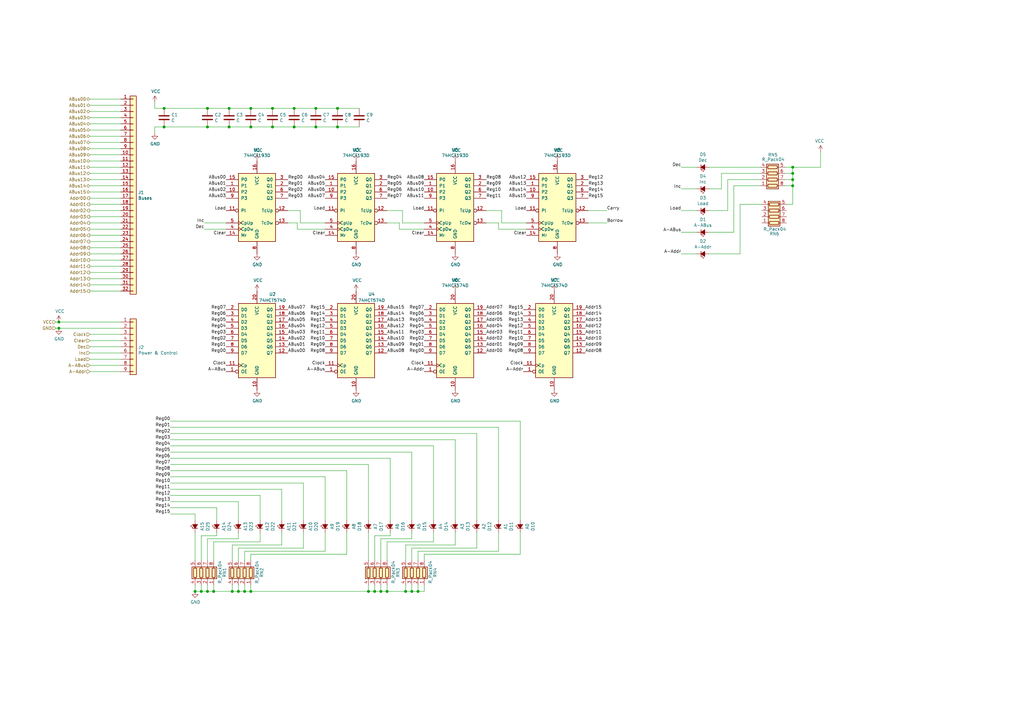
<source format=kicad_sch>
(kicad_sch (version 20200827) (generator eeschema)
  (page 1 1)
  (paper "A3")
  (lib_symbols
    (symbol "74xx:74HCT574" (pin_names (offset 1.016))
      (property "Reference" "U" (at -7.62 16.51 0))
      (property "Value" "74HCT574" (at -7.62 -16.51 0))
      (symbol "74HCT574_1_1"
        (rectangle (start -7.62 15.24) (end 7.62 -15.24) (stroke (width 0.254)) (fill (type background)))
      )
      (symbol "74HCT574_1_0"
        (pin input inverted (at -12.7 -12.7 0) (length 5.08) (name "OE") (number "1"))
        (pin power_in line (at 0 -20.32 90) (length 5.08) (name "GND") (number "10"))
        (pin input clock (at -12.7 -10.16 0) (length 5.08) (name "Cp") (number "11"))
        (pin tri_state line (at 12.7 -5.08 180) (length 5.08) (name "Q7") (number "12"))
        (pin tri_state line (at 12.7 -2.54 180) (length 5.08) (name "Q6") (number "13"))
        (pin tri_state line (at 12.7 0 180) (length 5.08) (name "Q5") (number "14"))
        (pin tri_state line (at 12.7 2.54 180) (length 5.08) (name "Q4") (number "15"))
        (pin tri_state line (at 12.7 5.08 180) (length 5.08) (name "Q3") (number "16"))
        (pin tri_state line (at 12.7 7.62 180) (length 5.08) (name "Q2") (number "17"))
        (pin tri_state line (at 12.7 10.16 180) (length 5.08) (name "Q1") (number "18"))
        (pin tri_state line (at 12.7 12.7 180) (length 5.08) (name "Q0") (number "19"))
        (pin input line (at -12.7 12.7 0) (length 5.08) (name "D0") (number "2"))
        (pin power_in line (at 0 20.32 270) (length 5.08) (name "VCC") (number "20"))
        (pin input line (at -12.7 10.16 0) (length 5.08) (name "D1") (number "3"))
        (pin input line (at -12.7 7.62 0) (length 5.08) (name "D2") (number "4"))
        (pin input line (at -12.7 5.08 0) (length 5.08) (name "D3") (number "5"))
        (pin input line (at -12.7 2.54 0) (length 5.08) (name "D4") (number "6"))
        (pin input line (at -12.7 0 0) (length 5.08) (name "D5") (number "7"))
        (pin input line (at -12.7 -2.54 0) (length 5.08) (name "D6") (number "8"))
        (pin input line (at -12.7 -5.08 0) (length 5.08) (name "D7") (number "9"))
      )
    )
    (symbol "Connector_Generic:Conn_01x09" (pin_names (offset 1.016) hide)
      (property "Reference" "J" (at 0 12.7 0))
      (property "Value" "Conn_01x09" (at 0 -12.7 0))
      (symbol "Conn_01x09_1_1"
        (rectangle (start -1.27 -4.953) (end 0 -5.207) (stroke (width 0.1524)))
        (rectangle (start -1.27 -7.493) (end 0 -7.747) (stroke (width 0.1524)))
        (rectangle (start -1.27 -10.033) (end 0 -10.287) (stroke (width 0.1524)))
        (rectangle (start -1.27 -2.413) (end 0 -2.667) (stroke (width 0.1524)))
        (rectangle (start -1.27 2.667) (end 0 2.413) (stroke (width 0.1524)))
        (rectangle (start -1.27 5.207) (end 0 4.953) (stroke (width 0.1524)))
        (rectangle (start -1.27 7.747) (end 0 7.493) (stroke (width 0.1524)))
        (rectangle (start -1.27 10.287) (end 0 10.033) (stroke (width 0.1524)))
        (rectangle (start -1.27 11.43) (end 1.27 -11.43) (stroke (width 0.254)) (fill (type background)))
        (rectangle (start -1.27 0.127) (end 0 -0.127) (stroke (width 0.1524)))
        (pin passive line (at -5.08 10.16 0) (length 3.81) (name "Pin_1") (number "1"))
        (pin passive line (at -5.08 7.62 0) (length 3.81) (name "Pin_2") (number "2"))
        (pin passive line (at -5.08 5.08 0) (length 3.81) (name "Pin_3") (number "3"))
        (pin passive line (at -5.08 2.54 0) (length 3.81) (name "Pin_4") (number "4"))
        (pin passive line (at -5.08 0 0) (length 3.81) (name "Pin_5") (number "5"))
        (pin passive line (at -5.08 -2.54 0) (length 3.81) (name "Pin_6") (number "6"))
        (pin passive line (at -5.08 -5.08 0) (length 3.81) (name "Pin_7") (number "7"))
        (pin passive line (at -5.08 -7.62 0) (length 3.81) (name "Pin_8") (number "8"))
        (pin passive line (at -5.08 -10.16 0) (length 3.81) (name "Pin_9") (number "9"))
      )
    )
    (symbol "Connector_Generic:Conn_01x32" (pin_names (offset 1.016) hide)
      (property "Reference" "J" (at 0 40.64 0))
      (property "Value" "Conn_01x32" (at 0 -43.18 0))
      (symbol "Conn_01x32_1_1"
        (rectangle (start -1.27 -27.813) (end 0 -28.067) (stroke (width 0.1524)))
        (rectangle (start -1.27 -30.353) (end 0 -30.607) (stroke (width 0.1524)))
        (rectangle (start -1.27 -32.893) (end 0 -33.147) (stroke (width 0.1524)))
        (rectangle (start -1.27 -35.433) (end 0 -35.687) (stroke (width 0.1524)))
        (rectangle (start -1.27 -37.973) (end 0 -38.227) (stroke (width 0.1524)))
        (rectangle (start -1.27 -40.513) (end 0 -40.767) (stroke (width 0.1524)))
        (rectangle (start -1.27 -4.953) (end 0 -5.207) (stroke (width 0.1524)))
        (rectangle (start -1.27 -7.493) (end 0 -7.747) (stroke (width 0.1524)))
        (rectangle (start -1.27 -10.033) (end 0 -10.287) (stroke (width 0.1524)))
        (rectangle (start -1.27 -12.573) (end 0 -12.827) (stroke (width 0.1524)))
        (rectangle (start -1.27 -15.113) (end 0 -15.367) (stroke (width 0.1524)))
        (rectangle (start -1.27 -17.653) (end 0 -17.907) (stroke (width 0.1524)))
        (rectangle (start -1.27 -20.193) (end 0 -20.447) (stroke (width 0.1524)))
        (rectangle (start -1.27 -22.733) (end 0 -22.987) (stroke (width 0.1524)))
        (rectangle (start -1.27 -2.413) (end 0 -2.667) (stroke (width 0.1524)))
        (rectangle (start -1.27 -25.273) (end 0 -25.527) (stroke (width 0.1524)))
        (rectangle (start -1.27 25.527) (end 0 25.273) (stroke (width 0.1524)))
        (rectangle (start -1.27 2.667) (end 0 2.413) (stroke (width 0.1524)))
        (rectangle (start -1.27 28.067) (end 0 27.813) (stroke (width 0.1524)))
        (rectangle (start -1.27 30.607) (end 0 30.353) (stroke (width 0.1524)))
        (rectangle (start -1.27 33.147) (end 0 32.893) (stroke (width 0.1524)))
        (rectangle (start -1.27 35.687) (end 0 35.433) (stroke (width 0.1524)))
        (rectangle (start -1.27 38.227) (end 0 37.973) (stroke (width 0.1524)))
        (rectangle (start -1.27 39.37) (end 1.27 -41.91) (stroke (width 0.254)) (fill (type background)))
        (rectangle (start -1.27 5.207) (end 0 4.953) (stroke (width 0.1524)))
        (rectangle (start -1.27 7.747) (end 0 7.493) (stroke (width 0.1524)))
        (rectangle (start -1.27 10.287) (end 0 10.033) (stroke (width 0.1524)))
        (rectangle (start -1.27 0.127) (end 0 -0.127) (stroke (width 0.1524)))
        (rectangle (start -1.27 12.827) (end 0 12.573) (stroke (width 0.1524)))
        (rectangle (start -1.27 15.367) (end 0 15.113) (stroke (width 0.1524)))
        (rectangle (start -1.27 17.907) (end 0 17.653) (stroke (width 0.1524)))
        (rectangle (start -1.27 20.447) (end 0 20.193) (stroke (width 0.1524)))
        (rectangle (start -1.27 22.987) (end 0 22.733) (stroke (width 0.1524)))
        (pin passive line (at -5.08 38.1 0) (length 3.81) (name "Pin_1") (number "1"))
        (pin passive line (at -5.08 15.24 0) (length 3.81) (name "Pin_10") (number "10"))
        (pin passive line (at -5.08 12.7 0) (length 3.81) (name "Pin_11") (number "11"))
        (pin passive line (at -5.08 10.16 0) (length 3.81) (name "Pin_12") (number "12"))
        (pin passive line (at -5.08 7.62 0) (length 3.81) (name "Pin_13") (number "13"))
        (pin passive line (at -5.08 5.08 0) (length 3.81) (name "Pin_14") (number "14"))
        (pin passive line (at -5.08 2.54 0) (length 3.81) (name "Pin_15") (number "15"))
        (pin passive line (at -5.08 0 0) (length 3.81) (name "Pin_16") (number "16"))
        (pin passive line (at -5.08 -2.54 0) (length 3.81) (name "Pin_17") (number "17"))
        (pin passive line (at -5.08 -5.08 0) (length 3.81) (name "Pin_18") (number "18"))
        (pin passive line (at -5.08 -7.62 0) (length 3.81) (name "Pin_19") (number "19"))
        (pin passive line (at -5.08 35.56 0) (length 3.81) (name "Pin_2") (number "2"))
        (pin passive line (at -5.08 -10.16 0) (length 3.81) (name "Pin_20") (number "20"))
        (pin passive line (at -5.08 -12.7 0) (length 3.81) (name "Pin_21") (number "21"))
        (pin passive line (at -5.08 -15.24 0) (length 3.81) (name "Pin_22") (number "22"))
        (pin passive line (at -5.08 -17.78 0) (length 3.81) (name "Pin_23") (number "23"))
        (pin passive line (at -5.08 -20.32 0) (length 3.81) (name "Pin_24") (number "24"))
        (pin passive line (at -5.08 -22.86 0) (length 3.81) (name "Pin_25") (number "25"))
        (pin passive line (at -5.08 -25.4 0) (length 3.81) (name "Pin_26") (number "26"))
        (pin passive line (at -5.08 -27.94 0) (length 3.81) (name "Pin_27") (number "27"))
        (pin passive line (at -5.08 -30.48 0) (length 3.81) (name "Pin_28") (number "28"))
        (pin passive line (at -5.08 -33.02 0) (length 3.81) (name "Pin_29") (number "29"))
        (pin passive line (at -5.08 33.02 0) (length 3.81) (name "Pin_3") (number "3"))
        (pin passive line (at -5.08 -35.56 0) (length 3.81) (name "Pin_30") (number "30"))
        (pin passive line (at -5.08 -38.1 0) (length 3.81) (name "Pin_31") (number "31"))
        (pin passive line (at -5.08 -40.64 0) (length 3.81) (name "Pin_32") (number "32"))
        (pin passive line (at -5.08 30.48 0) (length 3.81) (name "Pin_4") (number "4"))
        (pin passive line (at -5.08 27.94 0) (length 3.81) (name "Pin_5") (number "5"))
        (pin passive line (at -5.08 25.4 0) (length 3.81) (name "Pin_6") (number "6"))
        (pin passive line (at -5.08 22.86 0) (length 3.81) (name "Pin_7") (number "7"))
        (pin passive line (at -5.08 20.32 0) (length 3.81) (name "Pin_8") (number "8"))
        (pin passive line (at -5.08 17.78 0) (length 3.81) (name "Pin_9") (number "9"))
      )
    )
    (symbol "Device:C" (pin_numbers hide) (pin_names (offset 0.254))
      (property "Reference" "C" (at 0.635 2.54 0))
      (property "Value" "C" (at 0.635 -2.54 0))
      (symbol "C_0_1"
        (polyline (pts (xy -2.032 -0.762) (xy 2.032 -0.762)) (stroke (width 0.508)))
        (polyline (pts (xy -2.032 0.762) (xy 2.032 0.762)) (stroke (width 0.508)))
      )
      (symbol "C_1_1"
        (pin passive line (at 0 3.81 270) (length 2.794) (name "~") (number "1"))
        (pin passive line (at 0 -3.81 90) (length 2.794) (name "~") (number "2"))
      )
    )
    (symbol "Device:LED_Small_ALT" (pin_numbers hide) (pin_names (offset 0.254) hide)
      (property "Reference" "D" (at -1.27 3.175 0))
      (property "Value" "LED_Small_ALT" (at -4.445 -2.54 0))
      (symbol "LED_Small_ALT_0_1"
        (polyline (pts (xy -0.762 -1.016) (xy -0.762 1.016)) (stroke (width 0.254)))
        (polyline (pts (xy 1.016 0) (xy -0.762 0)))
        (polyline (pts (xy 0.762 -1.016) (xy -0.762 0) (xy 0.762 1.016) (xy 0.762 -1.016)) (stroke (width 0.254)) (fill (type outline)))
        (polyline (pts (xy 0 0.762) (xy -0.508 1.27) (xy -0.254 1.27) (xy -0.508 1.27) (xy -0.508 1.016)))
        (polyline (pts (xy 0.508 1.27) (xy 0 1.778) (xy 0.254 1.778) (xy 0 1.778) (xy 0 1.524)))
      )
      (symbol "LED_Small_ALT_1_1"
        (pin passive line (at -2.54 0 0) (length 1.778) (name "K") (number "1"))
        (pin passive line (at 2.54 0 180) (length 1.778) (name "A") (number "2"))
      )
    )
    (symbol "Device:R_Pack04" (pin_names (offset 0) hide)
      (property "Reference" "RN" (at -7.62 0 90))
      (property "Value" "R_Pack04" (at 5.08 0 90))
      (symbol "R_Pack04_0_1"
        (rectangle (start -6.35 -2.413) (end 3.81 2.413) (stroke (width 0.254)) (fill (type background)))
        (rectangle (start -5.715 1.905) (end -4.445 -1.905) (stroke (width 0.254)))
        (rectangle (start -3.175 1.905) (end -1.905 -1.905) (stroke (width 0.254)))
        (rectangle (start -0.635 1.905) (end 0.635 -1.905) (stroke (width 0.254)))
        (rectangle (start 1.905 1.905) (end 3.175 -1.905) (stroke (width 0.254)))
        (polyline (pts (xy -5.08 -2.54) (xy -5.08 -1.905)))
        (polyline (pts (xy -5.08 1.905) (xy -5.08 2.54)))
        (polyline (pts (xy -2.54 -2.54) (xy -2.54 -1.905)))
        (polyline (pts (xy -2.54 1.905) (xy -2.54 2.54)))
        (polyline (pts (xy 0 -2.54) (xy 0 -1.905)))
        (polyline (pts (xy 0 1.905) (xy 0 2.54)))
        (polyline (pts (xy 2.54 -2.54) (xy 2.54 -1.905)))
        (polyline (pts (xy 2.54 1.905) (xy 2.54 2.54)))
      )
      (symbol "R_Pack04_1_1"
        (pin passive line (at -5.08 -5.08 90) (length 2.54) (name "R1.1") (number "1"))
        (pin passive line (at -2.54 -5.08 90) (length 2.54) (name "R2.1") (number "2"))
        (pin passive line (at 0 -5.08 90) (length 2.54) (name "R3.1") (number "3"))
        (pin passive line (at 2.54 -5.08 90) (length 2.54) (name "R4.1") (number "4"))
        (pin passive line (at 2.54 5.08 270) (length 2.54) (name "R4.2") (number "5"))
        (pin passive line (at 0 5.08 270) (length 2.54) (name "R3.2") (number "6"))
        (pin passive line (at -2.54 5.08 270) (length 2.54) (name "R2.2") (number "7"))
        (pin passive line (at -5.08 5.08 270) (length 2.54) (name "R1.2") (number "8"))
      )
    )
    (symbol "address_registers-rescue:74LS193-74xx" (pin_names (offset 1.016))
      (property "Reference" "U" (at -7.62 13.97 0))
      (property "Value" "74LS193-74xx" (at -7.62 -16.51 0))
      (symbol "74LS193-74xx_1_1"
        (rectangle (start -7.62 12.7) (end 7.62 -15.24) (stroke (width 0.254)) (fill (type background)))
      )
      (symbol "74LS193-74xx_1_0"
        (pin input line (at -12.7 7.62 0) (length 5.08) (name "P1") (number "1"))
        (pin input line (at -12.7 5.08 0) (length 5.08) (name "P2") (number "10"))
        (pin input inverted (at -12.7 -2.54 0) (length 5.08) (name "Pl") (number "11"))
        (pin output inverted (at 12.7 -2.54 180) (length 5.08) (name "TcUp") (number "12"))
        (pin output inverted (at 12.7 -7.62 180) (length 5.08) (name "TcDw") (number "13"))
        (pin input line (at -12.7 -12.7 0) (length 5.08) (name "Mr") (number "14"))
        (pin input line (at -12.7 10.16 0) (length 5.08) (name "P0") (number "15"))
        (pin power_in line (at 0 17.78 270) (length 5.08) (name "VCC") (number "16"))
        (pin output line (at 12.7 7.62 180) (length 5.08) (name "Q1") (number "2"))
        (pin output line (at 12.7 10.16 180) (length 5.08) (name "Q0") (number "3"))
        (pin input clock (at -12.7 -10.16 0) (length 5.08) (name "CpDw") (number "4"))
        (pin input clock (at -12.7 -7.62 0) (length 5.08) (name "CpUp") (number "5"))
        (pin output line (at 12.7 5.08 180) (length 5.08) (name "Q2") (number "6"))
        (pin output line (at 12.7 2.54 180) (length 5.08) (name "Q3") (number "7"))
        (pin power_in line (at 0 -20.32 90) (length 5.08) (name "GND") (number "8"))
        (pin input line (at -12.7 2.54 0) (length 5.08) (name "P3") (number "9"))
      )
    )
    (symbol "power:GND" (power) (pin_names (offset 0))
      (property "Value" "GND" (at 0 -3.81 0))
      (symbol "GND_0_1"
        (polyline (pts (xy 0 0) (xy 0 -1.27) (xy 1.27 -1.27) (xy 0 -2.54) (xy -1.27 -1.27) (xy 0 -1.27)))
      )
      (symbol "GND_1_1"
        (pin power_in line (at 0 0 270) (length 0) hide (name "GND") (number "1"))
      )
    )
    (symbol "power:VCC" (power) (pin_names (offset 0))
      (property "Value" "VCC" (at 0 3.81 0))
      (symbol "VCC_0_1"
        (polyline (pts (xy -0.762 1.27) (xy 0 2.54)))
        (polyline (pts (xy 0 0) (xy 0 2.54)))
        (polyline (pts (xy 0 2.54) (xy 0.762 1.27)))
      )
      (symbol "VCC_1_1"
        (pin power_in line (at 0 0 90) (length 0) hide (name "VCC") (number "1"))
      )
    )
  )
  (junction (at 24.13 132.08) (diameter 1.016))
  (junction (at 24.13 134.62) (diameter 1.016))
  (junction (at 67.31 44.45) (diameter 1.016))
  (junction (at 67.31 52.07) (diameter 1.016))
  (junction (at 80.01 242.57) (diameter 1.016))
  (junction (at 82.55 242.57) (diameter 1.016))
  (junction (at 85.09 44.45) (diameter 1.016))
  (junction (at 85.09 52.07) (diameter 1.016))
  (junction (at 85.09 242.57) (diameter 1.016))
  (junction (at 87.63 242.57) (diameter 1.016))
  (junction (at 93.98 44.45) (diameter 1.016))
  (junction (at 93.98 52.07) (diameter 1.016))
  (junction (at 95.25 242.57) (diameter 1.016))
  (junction (at 97.79 242.57) (diameter 1.016))
  (junction (at 100.33 242.57) (diameter 1.016))
  (junction (at 102.87 44.45) (diameter 1.016))
  (junction (at 102.87 52.07) (diameter 1.016))
  (junction (at 102.87 242.57) (diameter 1.016))
  (junction (at 111.76 44.45) (diameter 1.016))
  (junction (at 111.76 52.07) (diameter 1.016))
  (junction (at 120.65 44.45) (diameter 1.016))
  (junction (at 120.65 52.07) (diameter 1.016))
  (junction (at 129.54 44.45) (diameter 1.016))
  (junction (at 129.54 52.07) (diameter 1.016))
  (junction (at 138.43 44.45) (diameter 1.016))
  (junction (at 138.43 52.07) (diameter 1.016))
  (junction (at 151.13 242.57) (diameter 1.016))
  (junction (at 153.67 242.57) (diameter 1.016))
  (junction (at 156.21 242.57) (diameter 1.016))
  (junction (at 158.75 242.57) (diameter 1.016))
  (junction (at 166.37 242.57) (diameter 1.016))
  (junction (at 168.91 242.57) (diameter 1.016))
  (junction (at 171.45 242.57) (diameter 1.016))
  (junction (at 325.12 68.58) (diameter 1.016))
  (junction (at 325.12 71.12) (diameter 1.016))
  (junction (at 325.12 73.66) (diameter 1.016))
  (junction (at 325.12 76.2) (diameter 1.016))
  (wire (pts (xy 22.86 132.08) (xy 24.13 132.08)))
  (wire (pts (xy 22.86 134.62) (xy 24.13 134.62)))
  (wire (pts (xy 24.13 132.08) (xy 49.53 132.08)))
  (wire (pts (xy 24.13 134.62) (xy 49.53 134.62)))
  (wire (pts (xy 36.83 40.64) (xy 49.53 40.64)))
  (wire (pts (xy 36.83 43.18) (xy 49.53 43.18)))
  (wire (pts (xy 36.83 45.72) (xy 49.53 45.72)))
  (wire (pts (xy 36.83 48.26) (xy 49.53 48.26)))
  (wire (pts (xy 36.83 50.8) (xy 49.53 50.8)))
  (wire (pts (xy 36.83 53.34) (xy 49.53 53.34)))
  (wire (pts (xy 36.83 55.88) (xy 49.53 55.88)))
  (wire (pts (xy 36.83 58.42) (xy 49.53 58.42)))
  (wire (pts (xy 36.83 60.96) (xy 49.53 60.96)))
  (wire (pts (xy 36.83 63.5) (xy 49.53 63.5)))
  (wire (pts (xy 36.83 66.04) (xy 49.53 66.04)))
  (wire (pts (xy 36.83 68.58) (xy 49.53 68.58)))
  (wire (pts (xy 36.83 71.12) (xy 49.53 71.12)))
  (wire (pts (xy 36.83 73.66) (xy 49.53 73.66)))
  (wire (pts (xy 36.83 76.2) (xy 49.53 76.2)))
  (wire (pts (xy 36.83 78.74) (xy 49.53 78.74)))
  (wire (pts (xy 36.83 81.28) (xy 49.53 81.28)))
  (wire (pts (xy 36.83 83.82) (xy 49.53 83.82)))
  (wire (pts (xy 36.83 86.36) (xy 49.53 86.36)))
  (wire (pts (xy 36.83 88.9) (xy 49.53 88.9)))
  (wire (pts (xy 36.83 91.44) (xy 49.53 91.44)))
  (wire (pts (xy 36.83 93.98) (xy 49.53 93.98)))
  (wire (pts (xy 36.83 96.52) (xy 49.53 96.52)))
  (wire (pts (xy 36.83 99.06) (xy 49.53 99.06)))
  (wire (pts (xy 36.83 101.6) (xy 49.53 101.6)))
  (wire (pts (xy 36.83 104.14) (xy 49.53 104.14)))
  (wire (pts (xy 36.83 106.68) (xy 49.53 106.68)))
  (wire (pts (xy 36.83 109.22) (xy 49.53 109.22)))
  (wire (pts (xy 36.83 111.76) (xy 49.53 111.76)))
  (wire (pts (xy 36.83 114.3) (xy 49.53 114.3)))
  (wire (pts (xy 36.83 116.84) (xy 49.53 116.84)))
  (wire (pts (xy 36.83 119.38) (xy 49.53 119.38)))
  (wire (pts (xy 36.83 137.16) (xy 49.53 137.16)))
  (wire (pts (xy 36.83 139.7) (xy 49.53 139.7)))
  (wire (pts (xy 36.83 142.24) (xy 49.53 142.24)))
  (wire (pts (xy 36.83 144.78) (xy 49.53 144.78)))
  (wire (pts (xy 36.83 147.32) (xy 49.53 147.32)))
  (wire (pts (xy 36.83 152.4) (xy 49.53 152.4)))
  (wire (pts (xy 49.53 149.86) (xy 36.83 149.86)))
  (wire (pts (xy 63.5 44.45) (xy 63.5 41.91)))
  (wire (pts (xy 63.5 44.45) (xy 67.31 44.45)))
  (wire (pts (xy 63.5 52.07) (xy 63.5 54.61)))
  (wire (pts (xy 63.5 52.07) (xy 67.31 52.07)))
  (wire (pts (xy 67.31 44.45) (xy 85.09 44.45)))
  (wire (pts (xy 67.31 52.07) (xy 85.09 52.07)))
  (wire (pts (xy 69.85 172.72) (xy 213.36 172.72)))
  (wire (pts (xy 69.85 175.26) (xy 204.47 175.26)))
  (wire (pts (xy 69.85 177.8) (xy 195.58 177.8)))
  (wire (pts (xy 69.85 180.34) (xy 186.69 180.34)))
  (wire (pts (xy 69.85 182.88) (xy 177.8 182.88)))
  (wire (pts (xy 69.85 185.42) (xy 168.91 185.42)))
  (wire (pts (xy 69.85 187.96) (xy 160.02 187.96)))
  (wire (pts (xy 69.85 190.5) (xy 151.13 190.5)))
  (wire (pts (xy 69.85 193.04) (xy 142.24 193.04)))
  (wire (pts (xy 69.85 195.58) (xy 133.35 195.58)))
  (wire (pts (xy 69.85 198.12) (xy 124.46 198.12)))
  (wire (pts (xy 69.85 200.66) (xy 115.57 200.66)))
  (wire (pts (xy 69.85 203.2) (xy 106.68 203.2)))
  (wire (pts (xy 69.85 205.74) (xy 97.79 205.74)))
  (wire (pts (xy 69.85 208.28) (xy 88.9 208.28)))
  (wire (pts (xy 69.85 210.82) (xy 80.01 210.82)))
  (wire (pts (xy 80.01 210.82) (xy 80.01 213.36)))
  (wire (pts (xy 80.01 218.44) (xy 80.01 229.87)))
  (wire (pts (xy 80.01 240.03) (xy 80.01 242.57)))
  (wire (pts (xy 80.01 242.57) (xy 82.55 242.57)))
  (wire (pts (xy 82.55 219.71) (xy 82.55 229.87)))
  (wire (pts (xy 82.55 240.03) (xy 82.55 242.57)))
  (wire (pts (xy 82.55 242.57) (xy 85.09 242.57)))
  (wire (pts (xy 83.82 91.44) (xy 92.71 91.44)))
  (wire (pts (xy 83.82 93.98) (xy 92.71 93.98)))
  (wire (pts (xy 85.09 44.45) (xy 93.98 44.45)))
  (wire (pts (xy 85.09 52.07) (xy 93.98 52.07)))
  (wire (pts (xy 85.09 220.98) (xy 85.09 229.87)))
  (wire (pts (xy 85.09 240.03) (xy 85.09 242.57)))
  (wire (pts (xy 85.09 242.57) (xy 87.63 242.57)))
  (wire (pts (xy 87.63 222.25) (xy 87.63 229.87)))
  (wire (pts (xy 87.63 240.03) (xy 87.63 242.57)))
  (wire (pts (xy 87.63 242.57) (xy 95.25 242.57)))
  (wire (pts (xy 88.9 208.28) (xy 88.9 213.36)))
  (wire (pts (xy 88.9 218.44) (xy 88.9 219.71)))
  (wire (pts (xy 88.9 219.71) (xy 82.55 219.71)))
  (wire (pts (xy 93.98 44.45) (xy 102.87 44.45)))
  (wire (pts (xy 93.98 52.07) (xy 102.87 52.07)))
  (wire (pts (xy 95.25 223.52) (xy 95.25 229.87)))
  (wire (pts (xy 95.25 223.52) (xy 115.57 223.52)))
  (wire (pts (xy 95.25 240.03) (xy 95.25 242.57)))
  (wire (pts (xy 95.25 242.57) (xy 97.79 242.57)))
  (wire (pts (xy 97.79 205.74) (xy 97.79 213.36)))
  (wire (pts (xy 97.79 218.44) (xy 97.79 220.98)))
  (wire (pts (xy 97.79 220.98) (xy 85.09 220.98)))
  (wire (pts (xy 97.79 224.79) (xy 97.79 229.87)))
  (wire (pts (xy 97.79 224.79) (xy 124.46 224.79)))
  (wire (pts (xy 97.79 240.03) (xy 97.79 242.57)))
  (wire (pts (xy 97.79 242.57) (xy 100.33 242.57)))
  (wire (pts (xy 100.33 226.06) (xy 100.33 229.87)))
  (wire (pts (xy 100.33 226.06) (xy 133.35 226.06)))
  (wire (pts (xy 100.33 240.03) (xy 100.33 242.57)))
  (wire (pts (xy 100.33 242.57) (xy 102.87 242.57)))
  (wire (pts (xy 102.87 44.45) (xy 111.76 44.45)))
  (wire (pts (xy 102.87 52.07) (xy 111.76 52.07)))
  (wire (pts (xy 102.87 227.33) (xy 102.87 229.87)))
  (wire (pts (xy 102.87 227.33) (xy 142.24 227.33)))
  (wire (pts (xy 102.87 240.03) (xy 102.87 242.57)))
  (wire (pts (xy 102.87 242.57) (xy 151.13 242.57)))
  (wire (pts (xy 106.68 203.2) (xy 106.68 213.36)))
  (wire (pts (xy 106.68 218.44) (xy 106.68 222.25)))
  (wire (pts (xy 106.68 222.25) (xy 87.63 222.25)))
  (wire (pts (xy 111.76 44.45) (xy 120.65 44.45)))
  (wire (pts (xy 111.76 52.07) (xy 120.65 52.07)))
  (wire (pts (xy 115.57 200.66) (xy 115.57 213.36)))
  (wire (pts (xy 115.57 218.44) (xy 115.57 223.52)))
  (wire (pts (xy 118.11 86.36) (xy 123.19 86.36)))
  (wire (pts (xy 118.11 91.44) (xy 121.92 91.44)))
  (wire (pts (xy 120.65 44.45) (xy 129.54 44.45)))
  (wire (pts (xy 120.65 52.07) (xy 129.54 52.07)))
  (wire (pts (xy 121.92 91.44) (xy 121.92 93.98)))
  (wire (pts (xy 121.92 93.98) (xy 133.35 93.98)))
  (wire (pts (xy 123.19 86.36) (xy 123.19 91.44)))
  (wire (pts (xy 123.19 91.44) (xy 133.35 91.44)))
  (wire (pts (xy 124.46 198.12) (xy 124.46 213.36)))
  (wire (pts (xy 124.46 218.44) (xy 124.46 224.79)))
  (wire (pts (xy 129.54 44.45) (xy 138.43 44.45)))
  (wire (pts (xy 129.54 52.07) (xy 138.43 52.07)))
  (wire (pts (xy 133.35 195.58) (xy 133.35 213.36)))
  (wire (pts (xy 133.35 218.44) (xy 133.35 226.06)))
  (wire (pts (xy 138.43 44.45) (xy 147.32 44.45)))
  (wire (pts (xy 138.43 52.07) (xy 147.32 52.07)))
  (wire (pts (xy 142.24 193.04) (xy 142.24 213.36)))
  (wire (pts (xy 142.24 218.44) (xy 142.24 227.33)))
  (wire (pts (xy 151.13 190.5) (xy 151.13 213.36)))
  (wire (pts (xy 151.13 218.44) (xy 151.13 229.87)))
  (wire (pts (xy 151.13 240.03) (xy 151.13 242.57)))
  (wire (pts (xy 151.13 242.57) (xy 153.67 242.57)))
  (wire (pts (xy 153.67 219.71) (xy 153.67 229.87)))
  (wire (pts (xy 153.67 240.03) (xy 153.67 242.57)))
  (wire (pts (xy 153.67 242.57) (xy 156.21 242.57)))
  (wire (pts (xy 156.21 220.98) (xy 156.21 229.87)))
  (wire (pts (xy 156.21 240.03) (xy 156.21 242.57)))
  (wire (pts (xy 156.21 242.57) (xy 158.75 242.57)))
  (wire (pts (xy 158.75 86.36) (xy 165.1 86.36)))
  (wire (pts (xy 158.75 91.44) (xy 163.83 91.44)))
  (wire (pts (xy 158.75 222.25) (xy 158.75 229.87)))
  (wire (pts (xy 158.75 240.03) (xy 158.75 242.57)))
  (wire (pts (xy 158.75 242.57) (xy 166.37 242.57)))
  (wire (pts (xy 160.02 187.96) (xy 160.02 213.36)))
  (wire (pts (xy 160.02 218.44) (xy 160.02 219.71)))
  (wire (pts (xy 160.02 219.71) (xy 153.67 219.71)))
  (wire (pts (xy 163.83 91.44) (xy 163.83 93.98)))
  (wire (pts (xy 163.83 93.98) (xy 173.99 93.98)))
  (wire (pts (xy 165.1 86.36) (xy 165.1 91.44)))
  (wire (pts (xy 165.1 91.44) (xy 173.99 91.44)))
  (wire (pts (xy 166.37 223.52) (xy 166.37 229.87)))
  (wire (pts (xy 166.37 240.03) (xy 166.37 242.57)))
  (wire (pts (xy 166.37 242.57) (xy 168.91 242.57)))
  (wire (pts (xy 168.91 185.42) (xy 168.91 213.36)))
  (wire (pts (xy 168.91 218.44) (xy 168.91 220.98)))
  (wire (pts (xy 168.91 220.98) (xy 156.21 220.98)))
  (wire (pts (xy 168.91 224.79) (xy 168.91 229.87)))
  (wire (pts (xy 168.91 240.03) (xy 168.91 242.57)))
  (wire (pts (xy 168.91 242.57) (xy 171.45 242.57)))
  (wire (pts (xy 171.45 226.06) (xy 171.45 229.87)))
  (wire (pts (xy 171.45 240.03) (xy 171.45 242.57)))
  (wire (pts (xy 171.45 242.57) (xy 173.99 242.57)))
  (wire (pts (xy 173.99 227.33) (xy 173.99 229.87)))
  (wire (pts (xy 173.99 242.57) (xy 173.99 240.03)))
  (wire (pts (xy 177.8 182.88) (xy 177.8 213.36)))
  (wire (pts (xy 177.8 218.44) (xy 177.8 222.25)))
  (wire (pts (xy 177.8 222.25) (xy 158.75 222.25)))
  (wire (pts (xy 186.69 180.34) (xy 186.69 213.36)))
  (wire (pts (xy 186.69 218.44) (xy 186.69 223.52)))
  (wire (pts (xy 186.69 223.52) (xy 166.37 223.52)))
  (wire (pts (xy 195.58 177.8) (xy 195.58 213.36)))
  (wire (pts (xy 195.58 218.44) (xy 195.58 224.79)))
  (wire (pts (xy 195.58 224.79) (xy 168.91 224.79)))
  (wire (pts (xy 199.39 86.36) (xy 205.74 86.36)))
  (wire (pts (xy 199.39 91.44) (xy 204.47 91.44)))
  (wire (pts (xy 204.47 91.44) (xy 204.47 93.98)))
  (wire (pts (xy 204.47 93.98) (xy 215.9 93.98)))
  (wire (pts (xy 204.47 175.26) (xy 204.47 213.36)))
  (wire (pts (xy 204.47 218.44) (xy 204.47 226.06)))
  (wire (pts (xy 204.47 226.06) (xy 171.45 226.06)))
  (wire (pts (xy 205.74 86.36) (xy 205.74 91.44)))
  (wire (pts (xy 205.74 91.44) (xy 215.9 91.44)))
  (wire (pts (xy 213.36 172.72) (xy 213.36 213.36)))
  (wire (pts (xy 213.36 218.44) (xy 213.36 227.33)))
  (wire (pts (xy 213.36 227.33) (xy 173.99 227.33)))
  (wire (pts (xy 241.3 86.36) (xy 248.92 86.36)))
  (wire (pts (xy 241.3 91.44) (xy 248.92 91.44)))
  (wire (pts (xy 279.4 68.58) (xy 285.75 68.58)))
  (wire (pts (xy 279.4 77.47) (xy 285.75 77.47)))
  (wire (pts (xy 279.4 86.36) (xy 285.75 86.36)))
  (wire (pts (xy 279.4 95.25) (xy 285.75 95.25)))
  (wire (pts (xy 279.4 104.14) (xy 285.75 104.14)))
  (wire (pts (xy 290.83 68.58) (xy 311.785 68.58)))
  (wire (pts (xy 290.83 77.47) (xy 295.91 77.47)))
  (wire (pts (xy 290.83 86.36) (xy 298.45 86.36)))
  (wire (pts (xy 290.83 95.25) (xy 300.99 95.25)))
  (wire (pts (xy 290.83 104.14) (xy 303.53 104.14)))
  (wire (pts (xy 295.91 71.12) (xy 295.91 77.47)))
  (wire (pts (xy 295.91 71.12) (xy 311.785 71.12)))
  (wire (pts (xy 298.45 73.66) (xy 298.45 86.36)))
  (wire (pts (xy 298.45 73.66) (xy 311.785 73.66)))
  (wire (pts (xy 300.99 76.2) (xy 300.99 95.25)))
  (wire (pts (xy 300.99 76.2) (xy 311.785 76.2)))
  (wire (pts (xy 303.53 83.82) (xy 303.53 104.14)))
  (wire (pts (xy 303.53 83.82) (xy 312.42 83.82)))
  (wire (pts (xy 321.945 68.58) (xy 325.12 68.58)))
  (wire (pts (xy 321.945 71.12) (xy 325.12 71.12)))
  (wire (pts (xy 321.945 76.2) (xy 325.12 76.2)))
  (wire (pts (xy 322.58 83.82) (xy 325.12 83.82)))
  (wire (pts (xy 325.12 68.58) (xy 325.12 71.12)))
  (wire (pts (xy 325.12 68.58) (xy 336.55 68.58)))
  (wire (pts (xy 325.12 71.12) (xy 325.12 73.66)))
  (wire (pts (xy 325.12 73.66) (xy 321.945 73.66)))
  (wire (pts (xy 325.12 73.66) (xy 325.12 76.2)))
  (wire (pts (xy 325.12 76.2) (xy 325.12 83.82)))
  (wire (pts (xy 336.55 68.58) (xy 336.55 62.23)))
  (label "Reg00" (at 69.85 172.72 180))
  (label "Reg01" (at 69.85 175.26 180))
  (label "Reg02" (at 69.85 177.8 180))
  (label "Reg03" (at 69.85 180.34 180))
  (label "Reg04" (at 69.85 182.88 180))
  (label "Reg05" (at 69.85 185.42 180))
  (label "Reg06" (at 69.85 187.96 180))
  (label "Reg07" (at 69.85 190.5 180))
  (label "Reg08" (at 69.85 193.04 180))
  (label "Reg09" (at 69.85 195.58 180))
  (label "Reg10" (at 69.85 198.12 180))
  (label "Reg11" (at 69.85 200.66 180))
  (label "Reg12" (at 69.85 203.2 180))
  (label "Reg13" (at 69.85 205.74 180))
  (label "Reg14" (at 69.85 208.28 180))
  (label "Reg15" (at 69.85 210.82 180))
  (label "Inc" (at 83.82 91.44 180))
  (label "Dec" (at 83.82 93.98 180))
  (label "ABus00" (at 92.71 73.66 180))
  (label "ABus01" (at 92.71 76.2 180))
  (label "ABus02" (at 92.71 78.74 180))
  (label "ABus03" (at 92.71 81.28 180))
  (label "Load" (at 92.71 86.36 180))
  (label "Clear" (at 92.71 96.52 180))
  (label "Reg07" (at 92.71 127 180))
  (label "Reg06" (at 92.71 129.54 180))
  (label "Reg05" (at 92.71 132.08 180))
  (label "Reg04" (at 92.71 134.62 180))
  (label "Reg03" (at 92.71 137.16 180))
  (label "Reg02" (at 92.71 139.7 180))
  (label "Reg01" (at 92.71 142.24 180))
  (label "Reg00" (at 92.71 144.78 180))
  (label "Clock" (at 92.71 149.86 180))
  (label "A-ABus" (at 92.71 152.4 180))
  (label "Reg00" (at 118.11 73.66 0))
  (label "Reg01" (at 118.11 76.2 0))
  (label "Reg02" (at 118.11 78.74 0))
  (label "Reg03" (at 118.11 81.28 0))
  (label "ABus07" (at 118.11 127 0))
  (label "ABus06" (at 118.11 129.54 0))
  (label "ABus05" (at 118.11 132.08 0))
  (label "ABus04" (at 118.11 134.62 0))
  (label "ABus03" (at 118.11 137.16 0))
  (label "ABus02" (at 118.11 139.7 0))
  (label "ABus01" (at 118.11 142.24 0))
  (label "ABus00" (at 118.11 144.78 0))
  (label "ABus04" (at 133.35 73.66 180))
  (label "ABus05" (at 133.35 76.2 180))
  (label "ABus06" (at 133.35 78.74 180))
  (label "ABus07" (at 133.35 81.28 180))
  (label "Load" (at 133.35 86.36 180))
  (label "Clear" (at 133.35 96.52 180))
  (label "Reg15" (at 133.35 127 180))
  (label "Reg14" (at 133.35 129.54 180))
  (label "Reg13" (at 133.35 132.08 180))
  (label "Reg12" (at 133.35 134.62 180))
  (label "Reg11" (at 133.35 137.16 180))
  (label "Reg10" (at 133.35 139.7 180))
  (label "Reg09" (at 133.35 142.24 180))
  (label "Reg08" (at 133.35 144.78 180))
  (label "Clock" (at 133.35 149.86 180))
  (label "A-ABus" (at 133.35 152.4 180))
  (label "Reg04" (at 158.75 73.66 0))
  (label "Reg05" (at 158.75 76.2 0))
  (label "Reg06" (at 158.75 78.74 0))
  (label "Reg07" (at 158.75 81.28 0))
  (label "ABus15" (at 158.75 127 0))
  (label "ABus14" (at 158.75 129.54 0))
  (label "ABus13" (at 158.75 132.08 0))
  (label "ABus12" (at 158.75 134.62 0))
  (label "ABus11" (at 158.75 137.16 0))
  (label "ABus10" (at 158.75 139.7 0))
  (label "ABus09" (at 158.75 142.24 0))
  (label "ABus08" (at 158.75 144.78 0))
  (label "ABus08" (at 173.99 73.66 180))
  (label "ABus09" (at 173.99 76.2 180))
  (label "ABus10" (at 173.99 78.74 180))
  (label "ABus11" (at 173.99 81.28 180))
  (label "Load" (at 173.99 86.36 180))
  (label "Clear" (at 173.99 96.52 180))
  (label "Reg07" (at 173.99 127 180))
  (label "Reg06" (at 173.99 129.54 180))
  (label "Reg05" (at 173.99 132.08 180))
  (label "Reg04" (at 173.99 134.62 180))
  (label "Reg03" (at 173.99 137.16 180))
  (label "Reg02" (at 173.99 139.7 180))
  (label "Reg01" (at 173.99 142.24 180))
  (label "Reg00" (at 173.99 144.78 180))
  (label "Clock" (at 173.99 149.86 180))
  (label "A-Addr" (at 173.99 152.4 180))
  (label "Reg08" (at 199.39 73.66 0))
  (label "Reg09" (at 199.39 76.2 0))
  (label "Reg10" (at 199.39 78.74 0))
  (label "Reg11" (at 199.39 81.28 0))
  (label "Addr07" (at 199.39 127 0))
  (label "Addr06" (at 199.39 129.54 0))
  (label "Addr05" (at 199.39 132.08 0))
  (label "Addr04" (at 199.39 134.62 0))
  (label "Addr03" (at 199.39 137.16 0))
  (label "Addr02" (at 199.39 139.7 0))
  (label "Addr01" (at 199.39 142.24 0))
  (label "Addr00" (at 199.39 144.78 0))
  (label "Reg15" (at 214.63 127 180))
  (label "Reg14" (at 214.63 129.54 180))
  (label "Reg13" (at 214.63 132.08 180))
  (label "Reg12" (at 214.63 134.62 180))
  (label "Reg11" (at 214.63 137.16 180))
  (label "Reg10" (at 214.63 139.7 180))
  (label "Reg09" (at 214.63 142.24 180))
  (label "Reg08" (at 214.63 144.78 180))
  (label "Clock" (at 214.63 149.86 180))
  (label "A-Addr" (at 214.63 152.4 180))
  (label "ABus12" (at 215.9 73.66 180))
  (label "ABus13" (at 215.9 76.2 180))
  (label "ABus14" (at 215.9 78.74 180))
  (label "ABus15" (at 215.9 81.28 180))
  (label "Load" (at 215.9 86.36 180))
  (label "Clear" (at 215.9 96.52 180))
  (label "Addr15" (at 240.03 127 0))
  (label "Addr14" (at 240.03 129.54 0))
  (label "Addr13" (at 240.03 132.08 0))
  (label "Addr12" (at 240.03 134.62 0))
  (label "Addr11" (at 240.03 137.16 0))
  (label "Addr10" (at 240.03 139.7 0))
  (label "Addr09" (at 240.03 142.24 0))
  (label "Addr08" (at 240.03 144.78 0))
  (label "Reg12" (at 241.3 73.66 0))
  (label "Reg13" (at 241.3 76.2 0))
  (label "Reg14" (at 241.3 78.74 0))
  (label "Reg15" (at 241.3 81.28 0))
  (label "Carry" (at 248.92 86.36 0))
  (label "Borrow" (at 248.92 91.44 0))
  (label "Dec" (at 279.4 68.58 180))
  (label "Inc" (at 279.4 77.47 180))
  (label "Load" (at 279.4 86.36 180))
  (label "A-ABus" (at 279.4 95.25 180))
  (label "A-Addr" (at 279.4 104.14 180))
  (hierarchical_label "VCC" (shape input) (at 22.86 132.08 180))
  (hierarchical_label "GND" (shape input) (at 22.86 134.62 180))
  (hierarchical_label "ABus00" (shape bidirectional) (at 36.83 40.64 180))
  (hierarchical_label "ABus01" (shape bidirectional) (at 36.83 43.18 180))
  (hierarchical_label "ABus02" (shape bidirectional) (at 36.83 45.72 180))
  (hierarchical_label "ABus03" (shape bidirectional) (at 36.83 48.26 180))
  (hierarchical_label "ABus04" (shape bidirectional) (at 36.83 50.8 180))
  (hierarchical_label "ABus05" (shape bidirectional) (at 36.83 53.34 180))
  (hierarchical_label "ABus06" (shape bidirectional) (at 36.83 55.88 180))
  (hierarchical_label "ABus07" (shape bidirectional) (at 36.83 58.42 180))
  (hierarchical_label "ABus08" (shape bidirectional) (at 36.83 60.96 180))
  (hierarchical_label "ABus09" (shape bidirectional) (at 36.83 63.5 180))
  (hierarchical_label "ABus10" (shape bidirectional) (at 36.83 66.04 180))
  (hierarchical_label "ABus11" (shape bidirectional) (at 36.83 68.58 180))
  (hierarchical_label "ABus12" (shape bidirectional) (at 36.83 71.12 180))
  (hierarchical_label "ABus13" (shape bidirectional) (at 36.83 73.66 180))
  (hierarchical_label "ABus14" (shape bidirectional) (at 36.83 76.2 180))
  (hierarchical_label "ABus15" (shape bidirectional) (at 36.83 78.74 180))
  (hierarchical_label "Addr00" (shape output) (at 36.83 81.28 180))
  (hierarchical_label "Addr01" (shape output) (at 36.83 83.82 180))
  (hierarchical_label "Addr02" (shape output) (at 36.83 86.36 180))
  (hierarchical_label "Addr03" (shape output) (at 36.83 88.9 180))
  (hierarchical_label "Addr04" (shape output) (at 36.83 91.44 180))
  (hierarchical_label "Addr05" (shape output) (at 36.83 93.98 180))
  (hierarchical_label "Addr06" (shape output) (at 36.83 96.52 180))
  (hierarchical_label "Addr07" (shape output) (at 36.83 99.06 180))
  (hierarchical_label "Addr08" (shape output) (at 36.83 101.6 180))
  (hierarchical_label "Addr09" (shape output) (at 36.83 104.14 180))
  (hierarchical_label "Addr10" (shape output) (at 36.83 106.68 180))
  (hierarchical_label "Addr11" (shape output) (at 36.83 109.22 180))
  (hierarchical_label "Addr12" (shape output) (at 36.83 111.76 180))
  (hierarchical_label "Addr13" (shape output) (at 36.83 114.3 180))
  (hierarchical_label "Addr14" (shape output) (at 36.83 116.84 180))
  (hierarchical_label "Addr15" (shape output) (at 36.83 119.38 180))
  (hierarchical_label "Clock" (shape input) (at 36.83 137.16 180))
  (hierarchical_label "Clear" (shape input) (at 36.83 139.7 180))
  (hierarchical_label "Dec" (shape input) (at 36.83 142.24 180))
  (hierarchical_label "Inc" (shape input) (at 36.83 144.78 180))
  (hierarchical_label "Load" (shape input) (at 36.83 147.32 180))
  (hierarchical_label "A-ABus" (shape input) (at 36.83 149.86 180))
  (hierarchical_label "A-Addr" (shape input) (at 36.83 152.4 180))
  (symbol (lib_id "power:VCC") (at 24.13 132.08 0)
    (property "Reference" "#PWR0111" (effects hide))
    (property "Value" "VCC" (at 24.5618 127.6858 0))
  )
  (symbol (lib_id "power:VCC") (at 63.5 41.91 0)
    (property "Reference" "#PWR0101" (effects hide))
    (property "Value" "VCC" (at 63.9318 37.5158 0))
  )
  (symbol (lib_id "power:VCC") (at 105.41 66.04 0)
    (property "Reference" "#PWR0102" (effects hide))
    (property "Value" "VCC" (at 105.8418 61.6458 0))
  )
  (symbol (lib_id "power:VCC") (at 105.41 119.38 0)
    (property "Reference" "#PWR0114" (effects hide))
    (property "Value" "VCC" (at 105.8418 114.9858 0))
  )
  (symbol (lib_id "power:VCC") (at 146.05 66.04 0)
    (property "Reference" "#PWR0107" (effects hide))
    (property "Value" "VCC" (at 146.4818 61.6458 0))
  )
  (symbol (lib_id "power:VCC") (at 146.05 119.38 0)
    (property "Reference" "#PWR0115" (effects hide))
    (property "Value" "VCC" (at 146.4818 114.9858 0))
  )
  (symbol (lib_id "power:VCC") (at 186.69 66.04 0)
    (property "Reference" "#PWR0108" (effects hide))
    (property "Value" "VCC" (at 187.1218 61.6458 0))
  )
  (symbol (lib_id "power:VCC") (at 186.69 119.38 0)
    (property "Reference" "#PWR0118" (effects hide))
    (property "Value" "VCC" (at 187.1218 114.9858 0))
  )
  (symbol (lib_id "power:VCC") (at 227.33 119.38 0)
    (property "Reference" "#PWR0119" (effects hide))
    (property "Value" "VCC" (at 227.7618 114.9858 0))
  )
  (symbol (lib_id "power:VCC") (at 228.6 66.04 0)
    (property "Reference" "#PWR0109" (effects hide))
    (property "Value" "VCC" (at 229.0318 61.6458 0))
  )
  (symbol (lib_id "power:VCC") (at 336.55 62.23 0) (mirror y)
    (property "Reference" "#PWR0122" (effects hide))
    (property "Value" "VCC" (at 336.1182 57.8358 0))
  )
  (symbol (lib_id "power:GND") (at 24.13 134.62 0)
    (property "Reference" "#PWR0110" (effects hide))
    (property "Value" "GND" (at 24.257 139.0142 0))
  )
  (symbol (lib_id "power:GND") (at 63.5 54.61 0)
    (property "Reference" "#PWR0112" (effects hide))
    (property "Value" "GND" (at 63.627 59.0042 0))
  )
  (symbol (lib_id "power:GND") (at 80.01 242.57 0)
    (property "Reference" "#PWR0121" (effects hide))
    (property "Value" "GND" (at 80.137 246.9642 0))
  )
  (symbol (lib_id "power:GND") (at 105.41 104.14 0)
    (property "Reference" "#PWR0103" (effects hide))
    (property "Value" "GND" (at 105.537 108.5342 0))
  )
  (symbol (lib_id "power:GND") (at 105.41 160.02 0)
    (property "Reference" "#PWR0113" (effects hide))
    (property "Value" "GND" (at 105.537 164.4142 0))
  )
  (symbol (lib_id "power:GND") (at 146.05 104.14 0)
    (property "Reference" "#PWR0104" (effects hide))
    (property "Value" "GND" (at 146.177 108.5342 0))
  )
  (symbol (lib_id "power:GND") (at 146.05 160.02 0)
    (property "Reference" "#PWR0116" (effects hide))
    (property "Value" "GND" (at 146.177 164.4142 0))
  )
  (symbol (lib_id "power:GND") (at 186.69 104.14 0)
    (property "Reference" "#PWR0105" (effects hide))
    (property "Value" "GND" (at 186.817 108.5342 0))
  )
  (symbol (lib_id "power:GND") (at 186.69 160.02 0)
    (property "Reference" "#PWR0117" (effects hide))
    (property "Value" "GND" (at 186.817 164.4142 0))
  )
  (symbol (lib_id "power:GND") (at 227.33 160.02 0)
    (property "Reference" "#PWR0120" (effects hide))
    (property "Value" "GND" (at 227.457 164.4142 0))
  )
  (symbol (lib_id "power:GND") (at 228.6 104.14 0)
    (property "Reference" "#PWR0106" (effects hide))
    (property "Value" "GND" (at 228.727 108.5342 0))
  )
  (symbol (lib_id "Device:LED_Small_ALT") (at 80.01 215.9 90)
    (property "Reference" "D25" (at 85.217 215.9 0))
    (property "Value" "A15" (at 82.9056 215.9 0))
    (property "Footprint" "LED_SMD:LED_1206_3216Metric" (effects hide))
  )
  (symbol (lib_id "Device:LED_Small_ALT") (at 88.9 215.9 90)
    (property "Reference" "D24" (at 94.107 215.9 0))
    (property "Value" "A14" (at 91.7956 215.9 0))
    (property "Footprint" "LED_SMD:LED_1206_3216Metric" (effects hide))
  )
  (symbol (lib_id "Device:LED_Small_ALT") (at 97.79 215.9 90)
    (property "Reference" "D23" (at 102.997 215.9 0))
    (property "Value" "A13" (at 100.6856 215.9 0))
    (property "Footprint" "LED_SMD:LED_1206_3216Metric" (effects hide))
  )
  (symbol (lib_id "Device:LED_Small_ALT") (at 106.68 215.9 90)
    (property "Reference" "D22" (at 111.887 215.9 0))
    (property "Value" "A12" (at 109.5756 215.9 0))
    (property "Footprint" "LED_SMD:LED_1206_3216Metric" (effects hide))
  )
  (symbol (lib_id "Device:LED_Small_ALT") (at 115.57 215.9 90)
    (property "Reference" "D21" (at 120.777 215.9 0))
    (property "Value" "A11" (at 118.4656 215.9 0))
    (property "Footprint" "LED_SMD:LED_1206_3216Metric" (effects hide))
  )
  (symbol (lib_id "Device:LED_Small_ALT") (at 124.46 215.9 90)
    (property "Reference" "D20" (at 129.667 215.9 0))
    (property "Value" "A10" (at 127.3556 215.9 0))
    (property "Footprint" "LED_SMD:LED_1206_3216Metric" (effects hide))
  )
  (symbol (lib_id "Device:LED_Small_ALT") (at 133.35 215.9 90)
    (property "Reference" "D19" (at 138.557 215.9 0))
    (property "Value" "A9" (at 136.2456 215.9 0))
    (property "Footprint" "LED_SMD:LED_1206_3216Metric" (effects hide))
  )
  (symbol (lib_id "Device:LED_Small_ALT") (at 142.24 215.9 90)
    (property "Reference" "D18" (at 147.447 215.9 0))
    (property "Value" "A8" (at 145.1356 215.9 0))
    (property "Footprint" "LED_SMD:LED_1206_3216Metric" (effects hide))
  )
  (symbol (lib_id "Device:LED_Small_ALT") (at 151.13 215.9 90)
    (property "Reference" "D17" (at 156.337 215.9 0))
    (property "Value" "A7" (at 154.0256 215.9 0))
    (property "Footprint" "LED_SMD:LED_1206_3216Metric" (effects hide))
  )
  (symbol (lib_id "Device:LED_Small_ALT") (at 160.02 215.9 90)
    (property "Reference" "D16" (at 165.227 215.9 0))
    (property "Value" "A6" (at 162.9156 215.9 0))
    (property "Footprint" "LED_SMD:LED_1206_3216Metric" (effects hide))
  )
  (symbol (lib_id "Device:LED_Small_ALT") (at 168.91 215.9 90)
    (property "Reference" "D15" (at 174.117 215.9 0))
    (property "Value" "A5" (at 171.8056 215.9 0))
    (property "Footprint" "LED_SMD:LED_1206_3216Metric" (effects hide))
  )
  (symbol (lib_id "Device:LED_Small_ALT") (at 177.8 215.9 90)
    (property "Reference" "D14" (at 183.007 215.9 0))
    (property "Value" "A4" (at 180.6956 215.9 0))
    (property "Footprint" "LED_SMD:LED_1206_3216Metric" (effects hide))
  )
  (symbol (lib_id "Device:LED_Small_ALT") (at 186.69 215.9 90)
    (property "Reference" "D13" (at 191.897 215.9 0))
    (property "Value" "A3" (at 189.5856 215.9 0))
    (property "Footprint" "LED_SMD:LED_1206_3216Metric" (effects hide))
  )
  (symbol (lib_id "Device:LED_Small_ALT") (at 195.58 215.9 90)
    (property "Reference" "D12" (at 200.787 215.9 0))
    (property "Value" "A2" (at 198.4756 215.9 0))
    (property "Footprint" "LED_SMD:LED_1206_3216Metric" (effects hide))
  )
  (symbol (lib_id "Device:LED_Small_ALT") (at 204.47 215.9 90)
    (property "Reference" "D11" (at 209.677 215.9 0))
    (property "Value" "A1" (at 207.3656 215.9 0))
    (property "Footprint" "LED_SMD:LED_1206_3216Metric" (effects hide))
  )
  (symbol (lib_id "Device:LED_Small_ALT") (at 213.36 215.9 90)
    (property "Reference" "D10" (at 218.567 215.9 0))
    (property "Value" "A0" (at 216.2556 215.9 0))
    (property "Footprint" "LED_SMD:LED_1206_3216Metric" (effects hide))
  )
  (symbol (lib_id "Device:LED_Small_ALT") (at 288.29 68.58 0) (mirror x)
    (property "Reference" "D5" (at 288.29 63.373 0))
    (property "Value" "Dec" (at 288.29 65.6844 0))
    (property "Footprint" "LED_SMD:LED_1206_3216Metric" (effects hide))
  )
  (symbol (lib_id "Device:LED_Small_ALT") (at 288.29 77.47 0) (mirror x)
    (property "Reference" "D4" (at 288.29 72.263 0))
    (property "Value" "Inc" (at 288.29 74.5744 0))
    (property "Footprint" "LED_SMD:LED_1206_3216Metric" (effects hide))
  )
  (symbol (lib_id "Device:LED_Small_ALT") (at 288.29 86.36 0) (mirror x)
    (property "Reference" "D3" (at 288.29 81.153 0))
    (property "Value" "Load" (at 288.29 83.4644 0))
    (property "Footprint" "LED_SMD:LED_1206_3216Metric" (effects hide))
  )
  (symbol (lib_id "Device:LED_Small_ALT") (at 288.29 95.25 0) (mirror x)
    (property "Reference" "D1" (at 288.29 90.043 0))
    (property "Value" "A-ABus" (at 288.29 92.3544 0))
    (property "Footprint" "LED_SMD:LED_1206_3216Metric" (effects hide))
  )
  (symbol (lib_id "Device:LED_Small_ALT") (at 288.29 104.14 0) (mirror x)
    (property "Reference" "D2" (at 288.29 98.933 0))
    (property "Value" "A-Addr" (at 288.29 101.2444 0))
    (property "Footprint" "LED_SMD:LED_1206_3216Metric" (effects hide))
  )
  (symbol (lib_id "Device:C") (at 67.31 48.26 0)
    (property "Reference" "C1" (at 70.231 47.0916 0) (effects (justify left)))
    (property "Value" "C" (at 70.231 49.403 0) (effects (justify left)))
    (property "Footprint" "Capacitor_SMD:C_1206_3216Metric" (effects hide))
  )
  (symbol (lib_id "Device:C") (at 85.09 48.26 0)
    (property "Reference" "C2" (at 88.011 47.0916 0) (effects (justify left)))
    (property "Value" "C" (at 88.011 49.403 0) (effects (justify left)))
    (property "Footprint" "Capacitor_SMD:C_1206_3216Metric" (effects hide))
  )
  (symbol (lib_id "Device:C") (at 93.98 48.26 0)
    (property "Reference" "C3" (at 96.901 47.0916 0) (effects (justify left)))
    (property "Value" "C" (at 96.901 49.403 0) (effects (justify left)))
    (property "Footprint" "Capacitor_SMD:C_1206_3216Metric" (effects hide))
  )
  (symbol (lib_id "Device:C") (at 102.87 48.26 0)
    (property "Reference" "C4" (at 105.791 47.0916 0) (effects (justify left)))
    (property "Value" "C" (at 105.791 49.403 0) (effects (justify left)))
    (property "Footprint" "Capacitor_SMD:C_1206_3216Metric" (effects hide))
  )
  (symbol (lib_id "Device:C") (at 111.76 48.26 0)
    (property "Reference" "C5" (at 114.681 47.0916 0) (effects (justify left)))
    (property "Value" "C" (at 114.681 49.403 0) (effects (justify left)))
    (property "Footprint" "Capacitor_SMD:C_1206_3216Metric" (effects hide))
  )
  (symbol (lib_id "Device:C") (at 120.65 48.26 0)
    (property "Reference" "C6" (at 123.571 47.0916 0) (effects (justify left)))
    (property "Value" "C" (at 123.571 49.403 0) (effects (justify left)))
    (property "Footprint" "Capacitor_SMD:C_1206_3216Metric" (effects hide))
  )
  (symbol (lib_id "Device:C") (at 129.54 48.26 0)
    (property "Reference" "C7" (at 132.461 47.0916 0) (effects (justify left)))
    (property "Value" "C" (at 132.461 49.403 0) (effects (justify left)))
    (property "Footprint" "Capacitor_SMD:C_1206_3216Metric" (effects hide))
  )
  (symbol (lib_id "Device:C") (at 138.43 48.26 0)
    (property "Reference" "C8" (at 141.351 47.0916 0) (effects (justify left)))
    (property "Value" "C" (at 141.351 49.403 0) (effects (justify left)))
    (property "Footprint" "Capacitor_SMD:C_1206_3216Metric" (effects hide))
  )
  (symbol (lib_id "Device:C") (at 147.32 48.26 0)
    (property "Reference" "C9" (at 150.241 47.0916 0) (effects (justify left)))
    (property "Value" "C" (at 150.241 49.403 0) (effects (justify left)))
    (property "Footprint" "Capacitor_SMD:C_1206_3216Metric" (effects hide))
  )
  (symbol (lib_id "Device:R_Pack04") (at 82.55 234.95 0) (mirror y) (unit 1)
    (property "Reference" "RN1" (at 92.075 236.855 90) (effects (justify left)))
    (property "Value" "R_Pack04" (at 90.17 239.395 90) (effects (justify left)))
    (property "Footprint" "Resistor_SMD:R_Array_Convex_4x1206" (effects hide))
  )
  (symbol (lib_id "Device:R_Pack04") (at 97.79 234.95 0) (mirror y) (unit 1)
    (property "Reference" "RN2" (at 107.315 236.855 90) (effects (justify left)))
    (property "Value" "R_Pack04" (at 105.41 239.395 90) (effects (justify left)))
    (property "Footprint" "Resistor_SMD:R_Array_Convex_4x1206" (effects hide))
  )
  (symbol (lib_id "Device:R_Pack04") (at 153.67 234.95 0) (mirror y) (unit 1)
    (property "Reference" "RN3" (at 163.195 236.855 90) (effects (justify left)))
    (property "Value" "R_Pack04" (at 161.29 239.395 90) (effects (justify left)))
    (property "Footprint" "Resistor_SMD:R_Array_Convex_4x1206" (effects hide))
  )
  (symbol (lib_id "Device:R_Pack04") (at 168.91 234.95 0) (mirror y) (unit 1)
    (property "Reference" "RN4" (at 178.435 236.855 90) (effects (justify left)))
    (property "Value" "R_Pack04" (at 176.53 239.395 90) (effects (justify left)))
    (property "Footprint" "Resistor_SMD:R_Array_Convex_4x1206" (effects hide))
  )
  (symbol (lib_id "Device:R_Pack04") (at 316.865 71.12 270) (mirror x) (unit 1)
    (property "Reference" "RN5" (at 314.96 63.5 90) (effects (justify left)))
    (property "Value" "R_Pack04" (at 312.42 65.405 90) (effects (justify left)))
    (property "Footprint" "Resistor_SMD:R_Array_Convex_4x1206" (effects hide))
  )
  (symbol (lib_id "Device:R_Pack04") (at 317.5 86.36 270) (mirror x) (unit 1)
    (property "Reference" "RN6" (at 315.595 95.885 90) (effects (justify left)))
    (property "Value" "R_Pack04" (at 313.055 93.98 90) (effects (justify left)))
    (property "Footprint" "Resistor_SMD:R_Array_Convex_4x1206" (effects hide))
  )
  (symbol (lib_id "Connector_Generic:Conn_01x09") (at 54.61 142.24 0)
    (property "Reference" "J2" (at 56.642 142.4432 0) (effects (justify left)))
    (property "Value" "Power & Control" (at 56.642 144.7546 0) (effects (justify left)))
    (property "Footprint" "Connector_PinHeader_2.54mm:PinHeader_1x09_P2.54mm_Vertical" (effects hide))
  )
  (symbol (lib_id "Connector_Generic:Conn_01x32") (at 54.61 78.74 0)
    (property "Reference" "J1" (at 56.642 78.9432 0) (effects (justify left)))
    (property "Value" "Buses" (at 56.642 81.2546 0) (effects (justify left)))
    (property "Footprint" "Connector_PinHeader_2.54mm:PinHeader_1x32_P2.54mm_Vertical" (effects hide))
  )
  (symbol (lib_id "address_registers-rescue:74LS193-74xx") (at 105.41 83.82 0)
    (property "Reference" "U1" (at 105.41 61.4426 0))
    (property "Value" "74HCT193D" (at 105.41 63.754 0))
    (property "Footprint" "Package_SO:SOIC-16_3.9x9.9mm_P1.27mm" (effects hide))
    (property "Datasheet" "http://www.ti.com/lit/gpn/sn74LS193" (effects hide))
    (property "link" "https://www.digikey.fr/product-detail/fr/nexperia-usa-inc/74HCT163D-653/1727-6622-1-ND/2813823" (effects hide))
  )
  (symbol (lib_id "address_registers-rescue:74LS193-74xx") (at 146.05 83.82 0)
    (property "Reference" "U3" (at 146.05 61.4426 0))
    (property "Value" "74HCT193D" (at 146.05 63.754 0))
    (property "Footprint" "Package_SO:SOIC-16_3.9x9.9mm_P1.27mm" (effects hide))
    (property "Datasheet" "http://www.ti.com/lit/gpn/sn74LS193" (effects hide))
    (property "link" "https://www.digikey.fr/product-detail/fr/nexperia-usa-inc/74HCT163D-653/1727-6622-1-ND/2813823" (effects hide))
  )
  (symbol (lib_id "address_registers-rescue:74LS193-74xx") (at 186.69 83.82 0)
    (property "Reference" "U5" (at 186.69 61.4426 0))
    (property "Value" "74HCT193D" (at 186.69 63.754 0))
    (property "Footprint" "Package_SO:SOIC-16_3.9x9.9mm_P1.27mm" (effects hide))
    (property "Datasheet" "http://www.ti.com/lit/gpn/sn74LS193" (effects hide))
    (property "link" "https://www.digikey.fr/product-detail/fr/nexperia-usa-inc/74HCT163D-653/1727-6622-1-ND/2813823" (effects hide))
  )
  (symbol (lib_id "address_registers-rescue:74LS193-74xx") (at 228.6 83.82 0)
    (property "Reference" "U8" (at 228.6 61.4426 0))
    (property "Value" "74HCT193D" (at 228.6 63.754 0))
    (property "Footprint" "Package_SO:SOIC-16_3.9x9.9mm_P1.27mm" (effects hide))
    (property "Datasheet" "http://www.ti.com/lit/gpn/sn74LS193" (effects hide))
    (property "link" "https://www.digikey.fr/product-detail/fr/nexperia-usa-inc/74HCT163D-653/1727-6622-1-ND/2813823" (effects hide))
  )
  (symbol (lib_id "74xx:74HCT574") (at 105.41 139.7 0)
    (property "Reference" "U2" (at 111.76 120.65 0))
    (property "Value" "74HCT574D" (at 111.76 123.19 0))
    (property "Footprint" "Package_SO:SOIC-20W_7.5x12.8mm_P1.27mm" (effects hide))
    (property "Datasheet" "http://www.ti.com/lit/gpn/sn74HCT574" (effects hide))
  )
  (symbol (lib_id "74xx:74HCT574") (at 146.05 139.7 0)
    (property "Reference" "U4" (at 152.4 120.65 0))
    (property "Value" "74HCT574D" (at 152.4 123.19 0))
    (property "Footprint" "Package_SO:SOIC-20W_7.5x12.8mm_P1.27mm" (effects hide))
    (property "Datasheet" "http://www.ti.com/lit/gpn/sn74HCT574" (effects hide))
  )
  (symbol (lib_id "74xx:74HCT574") (at 186.69 139.7 0)
    (property "Reference" "U6" (at 186.69 114.7826 0))
    (property "Value" "74HCT574D" (at 186.69 117.094 0))
    (property "Footprint" "Package_SO:SOIC-20W_7.5x12.8mm_P1.27mm" (effects hide))
    (property "Datasheet" "http://www.ti.com/lit/gpn/sn74HCT574" (effects hide))
  )
  (symbol (lib_id "74xx:74HCT574") (at 227.33 139.7 0)
    (property "Reference" "U7" (at 227.33 114.7826 0))
    (property "Value" "74HCT574D" (at 227.33 117.094 0))
    (property "Footprint" "Package_SO:SOIC-20W_7.5x12.8mm_P1.27mm" (effects hide))
    (property "Datasheet" "http://www.ti.com/lit/gpn/sn74HCT574" (effects hide))
  )
)
</source>
